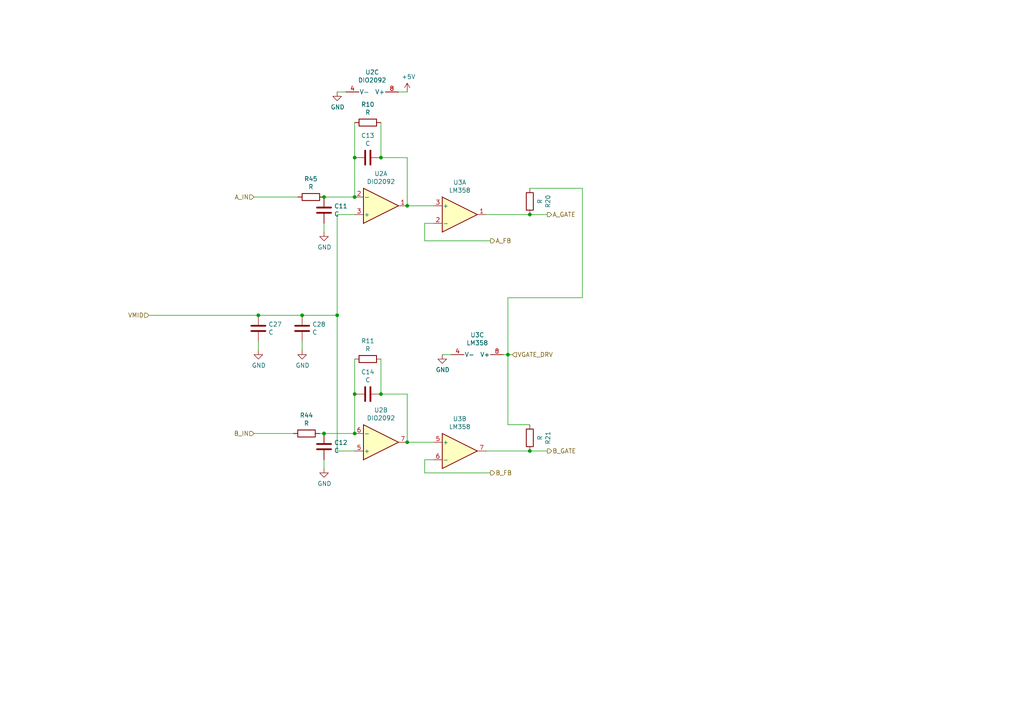
<source format=kicad_sch>
(kicad_sch (version 20230121) (generator eeschema)
  (paper "A4")
  (lib_symbols
    (symbol "Amplifier_Operational:LM358" (pin_names (offset 0.127))
      (property "Reference" "U" (at 0 5.08 0))
      (property "Value" "LM358" (at 0 -5.08 0))
      (symbol "LM358_1_1"
        (polyline (pts (xy -5.08 5.08) (xy 5.08 0) (xy -5.08 -5.08) (xy -5.08 5.08)) (stroke (width 0.254)) (fill (type background)))
        (pin output line (at 7.62 0 180) (length 2.54) (name "~") (number "1"))
        (pin input line (at -7.62 -2.54 0) (length 2.54) (name "-") (number "2"))
        (pin input line (at -7.62 2.54 0) (length 2.54) (name "+") (number "3"))
      )
      (symbol "LM358_2_1"
        (polyline (pts (xy -5.08 5.08) (xy 5.08 0) (xy -5.08 -5.08) (xy -5.08 5.08)) (stroke (width 0.254)) (fill (type background)))
        (pin input line (at -7.62 2.54 0) (length 2.54) (name "+") (number "5"))
        (pin input line (at -7.62 -2.54 0) (length 2.54) (name "-") (number "6"))
        (pin output line (at 7.62 0 180) (length 2.54) (name "~") (number "7"))
      )
      (symbol "LM358_3_1"
        (pin power_in line (at -2.54 -7.62 90) (length 3.81) (name "V-") (number "4"))
        (pin power_in line (at -2.54 7.62 270) (length 3.81) (name "V+") (number "8"))
      )
    )
    (symbol "Device:C" (pin_numbers hide) (pin_names (offset 0.254))
      (property "Reference" "C" (at 0.635 2.54 0))
      (property "Value" "C" (at 0.635 -2.54 0))
      (symbol "C_0_1"
        (polyline (pts (xy -2.032 -0.762) (xy 2.032 -0.762)) (stroke (width 0.508)))
        (polyline (pts (xy -2.032 0.762) (xy 2.032 0.762)) (stroke (width 0.508)))
      )
      (symbol "C_1_1"
        (pin passive line (at 0 3.81 270) (length 2.794) (name "~") (number "1"))
        (pin passive line (at 0 -3.81 90) (length 2.794) (name "~") (number "2"))
      )
    )
    (symbol "Device:R" (pin_numbers hide) (pin_names (offset 0))
      (property "Reference" "R" (at 2.032 0 90))
      (property "Value" "R" (at 0 0 90))
      (symbol "R_0_1"
        (rectangle (start -1.016 -2.54) (end 1.016 2.54) (stroke (width 0.254)))
      )
      (symbol "R_1_1"
        (pin passive line (at 0 3.81 270) (length 1.27) (name "~") (number "1"))
        (pin passive line (at 0 -3.81 90) (length 1.27) (name "~") (number "2"))
      )
    )
    (symbol "power:+5V" (power) (pin_names (offset 0))
      (property "Value" "+5V" (at 0 3.556 0))
      (symbol "+5V_0_1"
        (polyline (pts (xy -0.762 1.27) (xy 0 2.54)))
        (polyline (pts (xy 0 0) (xy 0 2.54)))
        (polyline (pts (xy 0 2.54) (xy 0.762 1.27)))
      )
      (symbol "+5V_1_1"
        (pin power_in line (at 0 0 90) (length 0) hide (name "+5V") (number "1"))
      )
    )
    (symbol "power:GND" (power) (pin_names (offset 0))
      (property "Value" "GND" (at 0 -3.81 0))
      (symbol "GND_0_1"
        (polyline (pts (xy 0 0) (xy 0 -1.27) (xy 1.27 -1.27) (xy 0 -2.54) (xy -1.27 -1.27) (xy 0 -1.27)))
      )
      (symbol "GND_1_1"
        (pin power_in line (at 0 0 270) (length 0) hide (name "GND") (number "1"))
      )
    )
  )
  (junction (at 74.93 91.44))
  (junction (at 102.87 45.72))
  (junction (at 153.67 130.81))
  (junction (at 102.87 57.15))
  (junction (at 118.11 59.69))
  (junction (at 110.49 114.3))
  (junction (at 102.87 114.3))
  (junction (at 93.98 57.15))
  (junction (at 87.63 91.44))
  (junction (at 93.98 125.73))
  (junction (at 153.67 62.23))
  (junction (at 110.49 45.72))
  (junction (at 118.11 128.27))
  (junction (at 147.32 102.87))
  (junction (at 102.87 125.73))
  (junction (at 97.79 91.44))
  (wire (pts (xy 118.11 45.72) (xy 118.11 59.69)))
  (wire (pts (xy 148.59 102.87) (xy 147.32 102.87)))
  (wire (pts (xy 97.79 130.81) (xy 102.87 130.81)))
  (wire (pts (xy 74.93 91.44) (xy 43.18 91.44)))
  (wire (pts (xy 147.32 102.87) (xy 147.32 123.19)))
  (wire (pts (xy 118.11 45.72) (xy 110.49 45.72)))
  (wire (pts (xy 73.66 125.73) (xy 85.09 125.73)))
  (wire (pts (xy 118.11 114.3) (xy 110.49 114.3)))
  (wire (pts (xy 74.93 101.6) (xy 74.93 99.06)))
  (wire (pts (xy 130.81 102.87) (xy 128.27 102.87)))
  (wire (pts (xy 93.98 135.89) (xy 93.98 133.35)))
  (wire (pts (xy 73.66 57.15) (xy 86.36 57.15)))
  (wire (pts (xy 125.73 128.27) (xy 118.11 128.27)))
  (wire (pts (xy 110.49 35.56) (xy 110.49 45.72)))
  (wire (pts (xy 97.79 91.44) (xy 97.79 130.81)))
  (wire (pts (xy 102.87 57.15) (xy 102.87 45.72)))
  (wire (pts (xy 102.87 125.73) (xy 102.87 114.3)))
  (wire (pts (xy 100.33 26.67) (xy 97.79 26.67)))
  (wire (pts (xy 168.91 86.36) (xy 168.91 54.61)))
  (wire (pts (xy 125.73 64.77) (xy 123.19 64.77)))
  (wire (pts (xy 168.91 54.61) (xy 153.67 54.61)))
  (wire (pts (xy 153.67 62.23) (xy 158.75 62.23)))
  (wire (pts (xy 147.32 102.87) (xy 146.05 102.87)))
  (wire (pts (xy 125.73 133.35) (xy 123.19 133.35)))
  (wire (pts (xy 110.49 104.14) (xy 110.49 114.3)))
  (wire (pts (xy 93.98 125.73) (xy 92.71 125.73)))
  (wire (pts (xy 140.97 62.23) (xy 153.67 62.23)))
  (wire (pts (xy 97.79 91.44) (xy 87.63 91.44)))
  (wire (pts (xy 153.67 130.81) (xy 158.75 130.81)))
  (wire (pts (xy 97.79 62.23) (xy 97.79 91.44)))
  (wire (pts (xy 93.98 67.31) (xy 93.98 64.77)))
  (wire (pts (xy 140.97 130.81) (xy 153.67 130.81)))
  (wire (pts (xy 123.19 133.35) (xy 123.19 137.16)))
  (wire (pts (xy 102.87 125.73) (xy 93.98 125.73)))
  (wire (pts (xy 102.87 62.23) (xy 97.79 62.23)))
  (wire (pts (xy 147.32 86.36) (xy 168.91 86.36)))
  (wire (pts (xy 147.32 123.19) (xy 153.67 123.19)))
  (wire (pts (xy 118.11 26.67) (xy 115.57 26.67)))
  (wire (pts (xy 102.87 104.14) (xy 102.87 114.3)))
  (wire (pts (xy 102.87 35.56) (xy 102.87 45.72)))
  (wire (pts (xy 147.32 102.87) (xy 147.32 86.36)))
  (wire (pts (xy 123.19 69.85) (xy 142.24 69.85)))
  (wire (pts (xy 125.73 59.69) (xy 118.11 59.69)))
  (wire (pts (xy 123.19 64.77) (xy 123.19 69.85)))
  (wire (pts (xy 87.63 91.44) (xy 74.93 91.44)))
  (wire (pts (xy 118.11 114.3) (xy 118.11 128.27)))
  (wire (pts (xy 123.19 137.16) (xy 142.24 137.16)))
  (wire (pts (xy 87.63 101.6) (xy 87.63 99.06)))
  (wire (pts (xy 102.87 57.15) (xy 93.98 57.15)))
  (hierarchical_label "A_IN" (shape input) (at 73.66 57.15 180))
  (hierarchical_label "B_FB" (shape output) (at 142.24 137.16 0))
  (hierarchical_label "VGATE_DRV" (shape input) (at 148.59 102.87 0))
  (hierarchical_label "B_GATE" (shape output) (at 158.75 130.81 0))
  (hierarchical_label "A_GATE" (shape output) (at 158.75 62.23 0))
  (hierarchical_label "A_FB" (shape output) (at 142.24 69.85 0))
  (hierarchical_label "B_IN" (shape input) (at 73.66 125.73 180))
  (hierarchical_label "VMID" (shape input) (at 43.18 91.44 180))
  (symbol (lib_id "Device:C") (at 106.68 45.72 270) (unit 1)
    (property "Reference" "C13" (at 106.68 39.3192 90))
    (property "Value" "C" (at 106.68 41.6306 90))
    (property "Footprint" "Capacitor_SMD:C_1206_3216Metric" (effects hide))
  )
  (symbol (lib_id "Device:R") (at 106.68 35.56 270) (unit 1)
    (property "Reference" "R10" (at 106.68 30.3022 90))
    (property "Value" "R" (at 106.68 32.6136 90))
    (property "Footprint" "Resistor_SMD:R_1206_3216Metric" (effects hide))
  )
  (symbol (lib_id "power:GND") (at 97.79 26.67 0) (unit 1)
    (property "Reference" "#PWR0113" (effects hide))
    (property "Value" "GND" (at 97.917 31.0642 0))
  )
  (symbol (lib_id "Device:C") (at 93.98 60.96 0) (unit 1)
    (property "Reference" "C11" (at 96.901 59.7916 0) (effects (justify left)))
    (property "Value" "C" (at 96.901 62.103 0) (effects (justify left)))
    (property "Footprint" "Capacitor_SMD:C_1206_3216Metric" (effects hide))
  )
  (symbol (lib_id "power:GND") (at 93.98 67.31 0) (unit 1)
    (property "Reference" "#PWR0114" (effects hide))
    (property "Value" "GND" (at 94.107 71.7042 0))
  )
  (symbol (lib_id "Device:C") (at 106.68 114.3 270) (unit 1)
    (property "Reference" "C14" (at 106.68 107.8992 90))
    (property "Value" "C" (at 106.68 110.2106 90))
    (property "Footprint" "Capacitor_SMD:C_1206_3216Metric" (effects hide))
  )
  (symbol (lib_id "Device:R") (at 106.68 104.14 270) (unit 1)
    (property "Reference" "R11" (at 106.68 98.8822 90))
    (property "Value" "R" (at 106.68 101.1936 90))
    (property "Footprint" "Resistor_SMD:R_1206_3216Metric" (effects hide))
  )
  (symbol (lib_id "power:GND") (at 128.27 102.87 0) (unit 1)
    (property "Reference" "#PWR0119" (effects hide))
    (property "Value" "GND" (at 128.397 107.2642 0))
  )
  (symbol (lib_id "Device:C") (at 93.98 129.54 0) (unit 1)
    (property "Reference" "C12" (at 96.901 128.3716 0) (effects (justify left)))
    (property "Value" "C" (at 96.901 130.683 0) (effects (justify left)))
    (property "Footprint" "Capacitor_SMD:C_1206_3216Metric" (effects hide))
  )
  (symbol (lib_id "power:GND") (at 93.98 135.89 0) (unit 1)
    (property "Reference" "#PWR0120" (effects hide))
    (property "Value" "GND" (at 94.107 140.2842 0))
  )
  (symbol (lib_id "Device:R") (at 90.17 57.15 270) (unit 1)
    (property "Reference" "R45" (at 90.17 51.8922 90))
    (property "Value" "R" (at 90.17 54.2036 90))
    (property "Footprint" "Resistor_SMD:R_1206_3216Metric" (effects hide))
  )
  (symbol (lib_id "Device:R") (at 88.9 125.73 270) (unit 1)
    (property "Reference" "R44" (at 88.9 120.4722 90))
    (property "Value" "R" (at 88.9 122.7836 90))
    (property "Footprint" "Resistor_SMD:R_1206_3216Metric" (effects hide))
  )
  (symbol (lib_id "Device:C") (at 74.93 95.25 0) (unit 1)
    (property "Reference" "C27" (at 77.851 94.0816 0) (effects (justify left)))
    (property "Value" "C" (at 77.851 96.393 0) (effects (justify left)))
    (property "Footprint" "Capacitor_SMD:C_1206_3216Metric" (effects hide))
  )
  (symbol (lib_id "Device:C") (at 87.63 95.25 0) (unit 1)
    (property "Reference" "C28" (at 90.551 94.0816 0) (effects (justify left)))
    (property "Value" "C" (at 90.551 96.393 0) (effects (justify left)))
    (property "Footprint" "Capacitor_SMD:C_1206_3216Metric" (effects hide))
  )
  (symbol (lib_id "power:GND") (at 87.63 101.6 0) (unit 1)
    (property "Reference" "#PWR0173" (effects hide))
    (property "Value" "GND" (at 87.757 105.9942 0))
  )
  (symbol (lib_id "power:GND") (at 74.93 101.6 0) (unit 1)
    (property "Reference" "#PWR0174" (effects hide))
    (property "Value" "GND" (at 75.057 105.9942 0))
  )
  (symbol (lib_id "Amplifier_Operational:LM358") (at 110.49 59.69 0) (mirror x) (unit 1)
    (property "Reference" "U2" (at 110.49 50.3682 0))
    (property "Value" "DIO2092" (at 110.49 52.6796 0))
    (property "Footprint" "Package_SO:SOIC-8_3.9x4.9mm_P1.27mm" (effects hide))
    (property "Datasheet" "http://www.ti.com/lit/ds/symlink/lm2904-n.pdf" (effects hide))
  )
  (symbol (lib_id "Amplifier_Operational:LM358") (at 110.49 128.27 0) (mirror x) (unit 2)
    (property "Reference" "U2" (at 110.49 118.9482 0))
    (property "Value" "DIO2092" (at 110.49 121.2596 0))
    (property "Footprint" "Package_SO:SOIC-8_3.9x4.9mm_P1.27mm" (effects hide))
    (property "Datasheet" "http://www.ti.com/lit/ds/symlink/lm2904-n.pdf" (effects hide))
  )
  (symbol (lib_id "Amplifier_Operational:LM358") (at 107.95 29.21 270) (unit 3)
    (property "Reference" "U2" (at 107.95 20.955 90))
    (property "Value" "DIO2092" (at 107.95 23.2664 90))
    (property "Footprint" "Package_SO:SOIC-8_3.9x4.9mm_P1.27mm" (effects hide))
    (property "Datasheet" "http://www.ti.com/lit/ds/symlink/lm2904-n.pdf" (effects hide))
  )
  (symbol (lib_id "Amplifier_Operational:LM358") (at 133.35 62.23 0) (unit 1)
    (property "Reference" "U3" (at 133.35 52.9082 0))
    (property "Value" "LM358" (at 133.35 55.2196 0))
    (property "Footprint" "Package_SO:SOIC-8_3.9x4.9mm_P1.27mm" (effects hide))
    (property "Datasheet" "http://www.ti.com/lit/ds/symlink/lm2904-n.pdf" (effects hide))
  )
  (symbol (lib_id "Amplifier_Operational:LM358") (at 133.35 130.81 0) (unit 2)
    (property "Reference" "U3" (at 133.35 121.4882 0))
    (property "Value" "LM358" (at 133.35 123.7996 0))
    (property "Footprint" "Package_SO:SOIC-8_3.9x4.9mm_P1.27mm" (effects hide))
    (property "Datasheet" "http://www.ti.com/lit/ds/symlink/lm2904-n.pdf" (effects hide))
  )
  (symbol (lib_id "Amplifier_Operational:LM358") (at 138.43 105.41 270) (unit 3)
    (property "Reference" "U3" (at 138.43 97.155 90))
    (property "Value" "LM358" (at 138.43 99.4664 90))
    (property "Footprint" "Package_SO:SOIC-8_3.9x4.9mm_P1.27mm" (effects hide))
    (property "Datasheet" "http://www.ti.com/lit/ds/symlink/lm2904-n.pdf" (effects hide))
  )
  (symbol (lib_id "Device:R") (at 153.67 58.42 180) (unit 1)
    (property "Reference" "R20" (at 158.9278 58.42 90))
    (property "Value" "R" (at 156.6164 58.42 90))
    (property "Footprint" "Resistor_SMD:R_1206_3216Metric" (effects hide))
  )
  (symbol (lib_id "Device:R") (at 153.67 127 180) (unit 1)
    (property "Reference" "R21" (at 158.9278 127 90))
    (property "Value" "R" (at 156.6164 127 90))
    (property "Footprint" "Resistor_SMD:R_1206_3216Metric" (effects hide))
  )
  (symbol (lib_id "power:+5V") (at 118.11 26.67 0) (unit 1)
    (property "Reference" "#PWR01" (effects hide))
    (property "Value" "+5V" (at 118.491 22.2758 0))
  )
)
</source>
